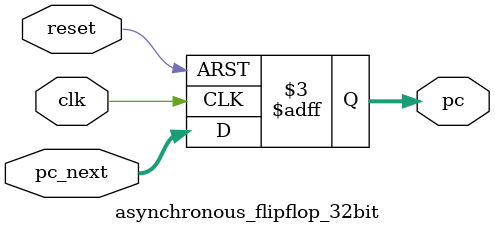
<source format=sv>
`timescale 1ns / 1ps


module asynchronous_flipflop_32bit#(parameter N=32)
(input logic clk, input logic reset, input logic [N-1:0]pc_next, output logic [N-1:0]pc);
always @ (posedge clk,posedge reset)
begin
if(reset==1)
pc<=0;
else
pc<=pc_next;
end
endmodule

</source>
